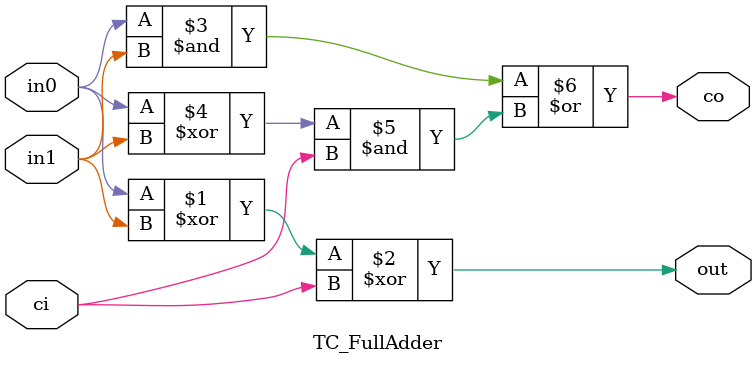
<source format=v>
module TC_FullAdder (in0, in1, ci, out, co);
    input in0;
    input in1;
    input ci;
    output out;
    output co;
    
    assign out = in0 ^ in1 ^ ci;
    assign co = (in0 & in1) | ((in0 ^ in1) & ci);
endmodule


</source>
